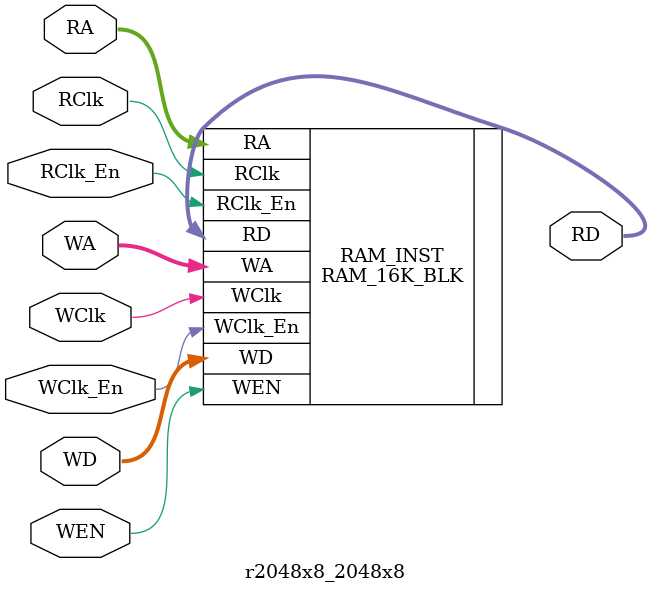
<source format=v>
module r2048x8_2048x8 (WA,RA,WD,WClk,RClk,WClk_En,RClk_En,WEN,RD);

input [10:0] WA;
input [10:0] RA;
input WClk,RClk;
input WClk_En,RClk_En;
input WEN;
input [7:0] WD;
output [7:0] RD;

parameter [16383:0] INIT = 16384'b0;
parameter INIT_FILE="init_2048x8.hex";	

parameter addr_int = 11 ;
parameter data_depth_int = 2048;
parameter data_width_int = 8;
parameter wr_enable_int = 1;
parameter reg_rd_int = 0;


RAM_16K_BLK #(.addr_int(addr_int),.data_depth_int(data_depth_int),.data_width_int(data_width_int),.wr_enable_int(wr_enable_int),.reg_rd_int(reg_rd_int),
              .INIT(INIT),.INIT_FILE(INIT_FILE)
			  )
RAM_INST (	.WA(WA),
			.RA(RA),
			.WD(WD),
			.WClk(WClk),
			.RClk(RClk),
			.WClk_En(WClk_En),
			.RClk_En(RClk_En),
			.WEN(WEN),
			.RD(RD)
			);
endmodule


</source>
